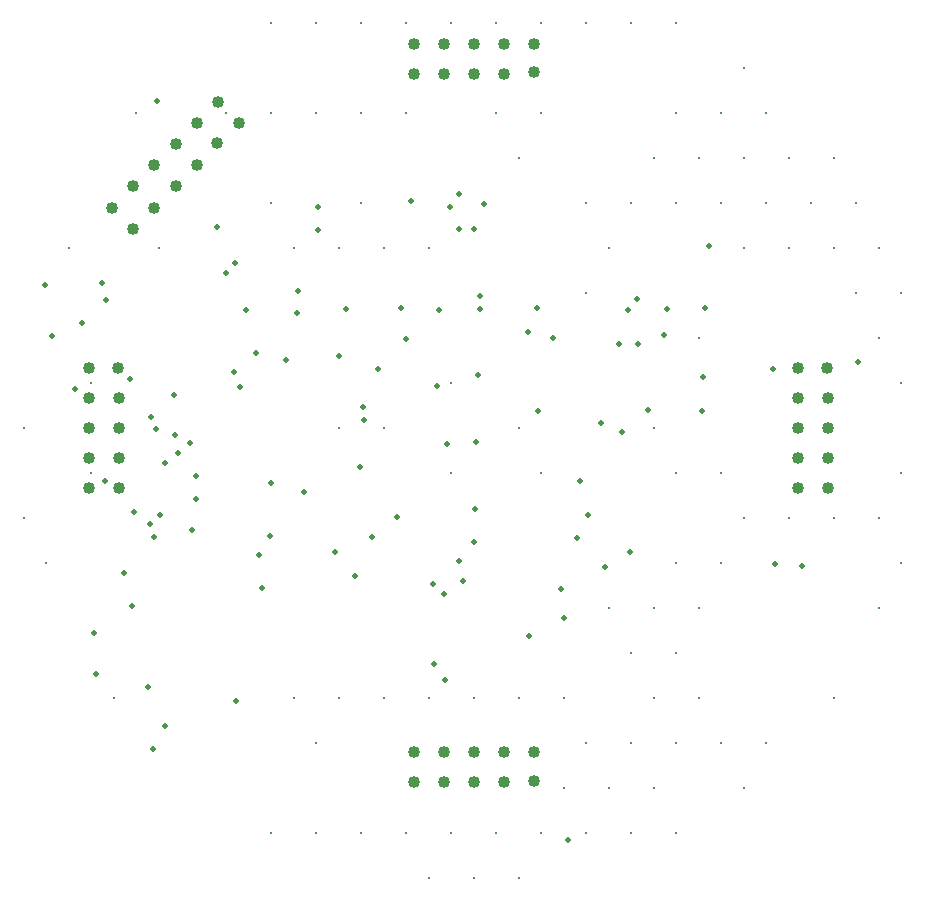
<source format=gbr>
%TF.GenerationSoftware,Altium Limited,Altium Designer,18.1.6 (161)*%
G04 Layer_Color=0*
%FSLAX26Y26*%
%MOIN*%
%TF.FileFunction,Plated,1,2,PTH,Drill*%
%TF.Part,Single*%
G01*
G75*
%TA.AperFunction,ComponentDrill*%
%ADD73C,0.040000*%
%ADD74C,0.040000*%
%ADD75C,0.040000*%
%TA.AperFunction,ViaDrill,NotFilled*%
%ADD76C,0.012000*%
%ADD77C,0.020000*%
D73*
X2297132Y4237132D02*
D03*
X2367843Y4166421D02*
D03*
X2014289Y3812868D02*
D03*
X2085000Y3883579D02*
D03*
X2155711Y3954289D02*
D03*
X2226421Y4025000D02*
D03*
X2293597Y4099246D02*
D03*
X2226421Y4166421D02*
D03*
X2155711Y4095711D02*
D03*
X2085000Y4025000D02*
D03*
X2014289Y3954289D02*
D03*
X1943579Y3883579D02*
D03*
D74*
X2949606Y4330709D02*
D03*
X3049606D02*
D03*
X3149606D02*
D03*
X3249606D02*
D03*
X3349606Y4335709D02*
D03*
Y4430709D02*
D03*
X3249606D02*
D03*
X3149606D02*
D03*
X3049606D02*
D03*
X2949606D02*
D03*
Y1968504D02*
D03*
X3049606D02*
D03*
X3149606D02*
D03*
X3249606D02*
D03*
X3349606Y1973504D02*
D03*
Y2068504D02*
D03*
X3249606D02*
D03*
X3149606D02*
D03*
X3049606D02*
D03*
X2949606D02*
D03*
D75*
X1868504Y2949606D02*
D03*
Y3049606D02*
D03*
Y3149606D02*
D03*
Y3249606D02*
D03*
Y3349606D02*
D03*
X1963504D02*
D03*
X1968504Y3249606D02*
D03*
Y3149606D02*
D03*
Y3049606D02*
D03*
Y2949606D02*
D03*
X4230709D02*
D03*
Y3049606D02*
D03*
Y3149606D02*
D03*
Y3249606D02*
D03*
Y3349606D02*
D03*
X4325709D02*
D03*
X4330709Y3249606D02*
D03*
Y3149606D02*
D03*
Y3049606D02*
D03*
Y2949606D02*
D03*
D76*
X4500000Y3750000D02*
D03*
X4575000Y3600000D02*
D03*
X4500000Y3450000D02*
D03*
X4575000Y3300000D02*
D03*
Y3000000D02*
D03*
X4500000Y2850000D02*
D03*
X4575000Y2700000D02*
D03*
X4500000Y2550000D02*
D03*
X4350000Y4050000D02*
D03*
X4425000Y3900000D02*
D03*
X4350000Y3750000D02*
D03*
X4425000Y3600000D02*
D03*
X4350000Y2850000D02*
D03*
Y2250000D02*
D03*
X4200000Y4050000D02*
D03*
X4275000Y3900000D02*
D03*
X4200000Y3750000D02*
D03*
Y2850000D02*
D03*
X4050000Y4350000D02*
D03*
X4125000Y4200000D02*
D03*
X4050000Y4050000D02*
D03*
X4125000Y3900000D02*
D03*
X4050000Y3750000D02*
D03*
Y2850000D02*
D03*
X4125000Y2100000D02*
D03*
X4050000Y1950000D02*
D03*
X3975000Y4200000D02*
D03*
X3900000Y4050000D02*
D03*
X3975000Y3900000D02*
D03*
X3900000Y3450000D02*
D03*
X3975000Y3000000D02*
D03*
Y2700000D02*
D03*
X3900000Y2550000D02*
D03*
Y2250000D02*
D03*
X3975000Y2100000D02*
D03*
X3825000Y4500000D02*
D03*
Y4200000D02*
D03*
X3750000Y4050000D02*
D03*
X3825000Y3900000D02*
D03*
X3750000Y3150000D02*
D03*
X3825000Y3000000D02*
D03*
Y2700000D02*
D03*
X3750000Y2550000D02*
D03*
X3825000Y2400000D02*
D03*
X3750000Y2250000D02*
D03*
X3825000Y2100000D02*
D03*
X3750000Y1950000D02*
D03*
X3825000Y1800000D02*
D03*
X3675000Y4500000D02*
D03*
Y3900000D02*
D03*
X3600000Y3750000D02*
D03*
Y2550000D02*
D03*
X3675000Y2400000D02*
D03*
Y2100000D02*
D03*
X3600000Y1950000D02*
D03*
X3675000Y1800000D02*
D03*
X3525000Y4500000D02*
D03*
Y3900000D02*
D03*
Y3600000D02*
D03*
X3450000Y2250000D02*
D03*
X3525000Y2100000D02*
D03*
X3450000Y1950000D02*
D03*
X3525000Y1800000D02*
D03*
X3375000Y4500000D02*
D03*
Y4200000D02*
D03*
X3300000Y4050000D02*
D03*
Y3150000D02*
D03*
X3375000Y3000000D02*
D03*
X3300000Y2250000D02*
D03*
X3375000Y1800000D02*
D03*
X3300000Y1650000D02*
D03*
X3225000Y4500000D02*
D03*
Y4200000D02*
D03*
X3150000Y2250000D02*
D03*
X3225000Y1800000D02*
D03*
X3150000Y1650000D02*
D03*
X3075000Y4500000D02*
D03*
X3000000Y3750000D02*
D03*
X3075000Y3300000D02*
D03*
Y3000000D02*
D03*
X3000000Y2250000D02*
D03*
X3075000Y1800000D02*
D03*
X3000000Y1650000D02*
D03*
X2925000Y4500000D02*
D03*
Y4200000D02*
D03*
X2850000Y3750000D02*
D03*
Y3150000D02*
D03*
Y2250000D02*
D03*
X2925000Y1800000D02*
D03*
X2775000Y4500000D02*
D03*
Y4200000D02*
D03*
Y3900000D02*
D03*
X2700000Y3750000D02*
D03*
Y3150000D02*
D03*
Y2250000D02*
D03*
X2775000Y1800000D02*
D03*
X2625000Y4500000D02*
D03*
Y4200000D02*
D03*
X2550000Y3750000D02*
D03*
Y2250000D02*
D03*
X2625000Y2100000D02*
D03*
Y1800000D02*
D03*
X2475000Y4500000D02*
D03*
Y4200000D02*
D03*
Y3900000D02*
D03*
Y1800000D02*
D03*
X2325000Y4200000D02*
D03*
X2100000Y3750000D02*
D03*
X2025000Y4200000D02*
D03*
X1950000Y2250000D02*
D03*
X1800000Y3750000D02*
D03*
X1875000Y3300000D02*
D03*
Y3000000D02*
D03*
X1650000Y3150000D02*
D03*
Y2850000D02*
D03*
X1725000Y2700000D02*
D03*
D77*
X2084000Y2785000D02*
D03*
X1820000Y3280000D02*
D03*
X1920000Y2972441D02*
D03*
X2080000Y2080000D02*
D03*
X2686496Y2735000D02*
D03*
X2772165Y3020000D02*
D03*
X2470000Y2790000D02*
D03*
X2435000Y2725000D02*
D03*
X4430000Y3370000D02*
D03*
X3115000Y2637441D02*
D03*
X3100000Y2705000D02*
D03*
X2755000Y2655000D02*
D03*
X3935000Y3755000D02*
D03*
X2150000Y3260000D02*
D03*
X1745000Y3454803D02*
D03*
X2018858Y2870000D02*
D03*
X1985000Y2665000D02*
D03*
X2065000Y2285000D02*
D03*
X1890000Y2330000D02*
D03*
X2358504Y2240000D02*
D03*
X2210000Y2810000D02*
D03*
X2010000Y2555000D02*
D03*
X3440000Y2613464D02*
D03*
X1720000Y3625000D02*
D03*
X2785000Y3175000D02*
D03*
X2075000Y3185000D02*
D03*
X2090000Y3145000D02*
D03*
X2003996Y3313504D02*
D03*
X2780000Y3220000D02*
D03*
X3055000Y2310000D02*
D03*
X3017500Y2362500D02*
D03*
X3050000Y2595000D02*
D03*
X1925000Y3575000D02*
D03*
X2560000Y3530945D02*
D03*
X2120000Y2155000D02*
D03*
X2940000Y3905000D02*
D03*
X3102008Y3812008D02*
D03*
X3033071Y3542480D02*
D03*
X2630000Y3885000D02*
D03*
Y3810000D02*
D03*
X2725000Y3545433D02*
D03*
X2095000Y4240000D02*
D03*
X2906496Y3548504D02*
D03*
X3171575Y3590000D02*
D03*
X3149606Y3812008D02*
D03*
X3185000Y3895000D02*
D03*
X3070000Y3885000D02*
D03*
X2390000Y3542480D02*
D03*
X3335000Y2455000D02*
D03*
X3450000Y2516890D02*
D03*
X3586417Y2686417D02*
D03*
X1885000Y2465000D02*
D03*
X3015000Y2627520D02*
D03*
X3060000Y3095000D02*
D03*
X1845000Y3498110D02*
D03*
X2293597Y3820000D02*
D03*
X1910000Y3633150D02*
D03*
X3465000Y1775000D02*
D03*
X4155000Y2695000D02*
D03*
X4245000Y2690000D02*
D03*
X2225000Y2990000D02*
D03*
X2205000Y3098110D02*
D03*
X2165000Y3065000D02*
D03*
X2120000Y3033661D02*
D03*
X2225000Y2913385D02*
D03*
X2105000Y2860000D02*
D03*
X2070000Y2830000D02*
D03*
X3365000Y3205000D02*
D03*
X2445000Y2615000D02*
D03*
X2585000Y2935000D02*
D03*
X3102008Y3930000D02*
D03*
X2325000Y3665000D02*
D03*
X3635000Y3430000D02*
D03*
X3695000Y3580000D02*
D03*
X3665000Y3542480D02*
D03*
X3330000Y3468504D02*
D03*
X2370000Y3285000D02*
D03*
X3920000Y3547480D02*
D03*
X3572520Y3165000D02*
D03*
X2525000Y3375000D02*
D03*
X2425000Y3400000D02*
D03*
X3795000Y3545000D02*
D03*
X3910000Y3205000D02*
D03*
X4147559Y3345000D02*
D03*
X3730000Y3210000D02*
D03*
X3495000Y2781142D02*
D03*
X2895000Y2853386D02*
D03*
X2700000Y3390000D02*
D03*
X2350000Y3335000D02*
D03*
X2475000Y2965000D02*
D03*
X3698740Y3430000D02*
D03*
X2810000Y2785000D02*
D03*
X2925000Y3445000D02*
D03*
X3670000Y2735000D02*
D03*
X2565000Y3605000D02*
D03*
X3027520Y3290000D02*
D03*
X3165000Y3325000D02*
D03*
X2831220Y3345000D02*
D03*
X3170000Y3545000D02*
D03*
X2355000Y3700000D02*
D03*
X3783110Y3460000D02*
D03*
X3645000Y3135000D02*
D03*
X3502441Y2972441D02*
D03*
X3530000Y2857559D02*
D03*
X3415000Y3450000D02*
D03*
X3360000Y3550000D02*
D03*
X3156614Y3101220D02*
D03*
X2155000Y3125000D02*
D03*
X3153229Y2879331D02*
D03*
X3151614Y2768386D02*
D03*
X3912500Y3317500D02*
D03*
%TF.MD5,55c05d2de54ab71b432dbebfda0c2042*%
M02*

</source>
